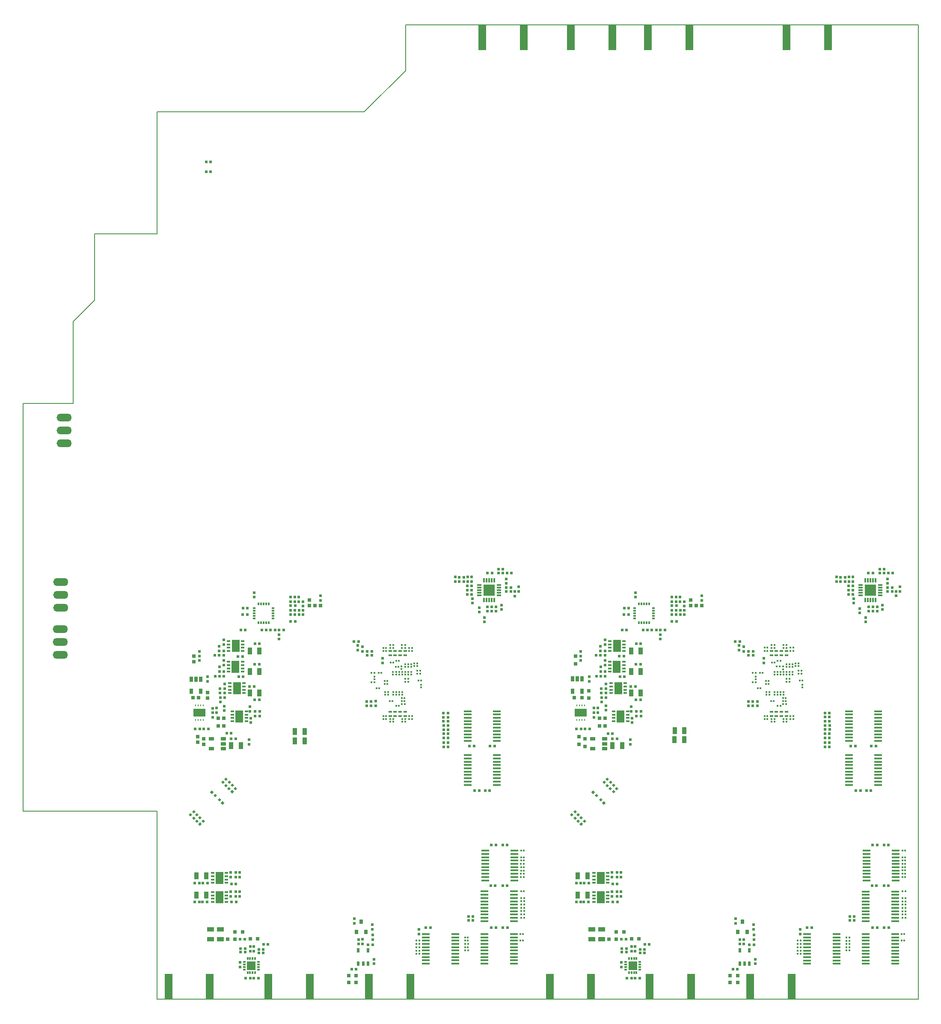
<source format=gbp>
G04 #@! TF.FileFunction,Paste,Bot*
%FSLAX46Y46*%
G04 Gerber Fmt 4.6, Leading zero omitted, Abs format (unit mm)*
G04 Created by KiCad (PCBNEW 4.0.7-e2-6376~61~ubuntu18.04.1) date Mon May 30 11:29:29 2022*
%MOMM*%
%LPD*%
G01*
G04 APERTURE LIST*
%ADD10C,0.150000*%
%ADD11C,0.200000*%
%ADD12R,1.500000X0.450000*%
%ADD13R,1.000000X0.700000*%
%ADD14R,0.495300X0.495300*%
%ADD15R,0.899160X1.399540*%
%ADD16R,0.650000X0.300000*%
%ADD17R,1.600000X2.350000*%
%ADD18C,0.150000*%
%ADD19R,0.150000X0.300000*%
%ADD20R,2.340000X1.500000*%
%ADD21R,0.800000X0.700000*%
%ADD22R,0.700000X0.800000*%
%ADD23R,0.698500X0.797560*%
%ADD24R,0.797560X0.698500*%
%ADD25R,0.299720X0.949960*%
%ADD26R,0.949960X0.299720*%
%ADD27R,2.250440X2.250440*%
%ADD28R,0.350000X0.300000*%
%ADD29R,0.300000X0.350000*%
%ADD30R,0.657860X0.355600*%
%ADD31R,0.500000X0.300000*%
%ADD32R,0.300000X0.600000*%
%ADD33R,1.750000X1.750000*%
%ADD34R,1.399540X0.899160*%
%ADD35R,0.600000X0.900000*%
%ADD36R,0.800000X0.900000*%
%ADD37R,1.496060X5.000000*%
%ADD38O,2.994660X1.524000*%
%ADD39R,0.700000X1.000000*%
%ADD40R,0.350000X0.600000*%
%ADD41R,0.600000X0.350000*%
G04 APERTURE END LIST*
D10*
D11*
X63390000Y-111490000D02*
X63390000Y-87350000D01*
X50960000Y-111490000D02*
X63390000Y-111490000D01*
X50960000Y-124590000D02*
X50960000Y-111490000D01*
X46770000Y-128780000D02*
X50960000Y-124590000D01*
X46770000Y-145000000D02*
X46770000Y-128780000D01*
X36820000Y-145000000D02*
X46770000Y-145000000D01*
X63390000Y-225550000D02*
X63390000Y-262740000D01*
X36820000Y-225550000D02*
X63390000Y-225550000D01*
X36820000Y-145000000D02*
X36820000Y-225550000D01*
X104330000Y-87350000D02*
X63390000Y-87350000D01*
X112510000Y-79170000D02*
X104330000Y-87350000D01*
X112510000Y-70160000D02*
X112510000Y-79170000D01*
X213990000Y-70160000D02*
X112510000Y-70160000D01*
X213990000Y-262740000D02*
X213990000Y-70160000D01*
X63390000Y-262740000D02*
X213990000Y-262740000D01*
D12*
X116530000Y-249885000D03*
X116530000Y-255735000D03*
X122330000Y-255735000D03*
X122330000Y-249885000D03*
X116530000Y-250535000D03*
X116530000Y-251185000D03*
X116530000Y-251835000D03*
X116530000Y-252485000D03*
X116530000Y-253135000D03*
X116530000Y-253785000D03*
X116530000Y-254435000D03*
X116530000Y-255085000D03*
X122330000Y-255085000D03*
X122330000Y-254435000D03*
X122330000Y-253785000D03*
X122330000Y-253135000D03*
X122330000Y-250535000D03*
X122330000Y-251185000D03*
X122330000Y-251835000D03*
X122330000Y-252485000D03*
D13*
X149540000Y-211300000D03*
X149540000Y-213200000D03*
X151940000Y-213200000D03*
X151940000Y-211300000D03*
X151940000Y-212250000D03*
X74090000Y-211310000D03*
X74090000Y-213210000D03*
X76490000Y-213210000D03*
X76490000Y-211310000D03*
X76490000Y-212260000D03*
D14*
X155230420Y-250870000D03*
X156129580Y-250870000D03*
D10*
G36*
X153438637Y-219849897D02*
X153088407Y-220200127D01*
X152738177Y-219849897D01*
X153088407Y-219499667D01*
X153438637Y-219849897D01*
X153438637Y-219849897D01*
G37*
G36*
X152802835Y-219214095D02*
X152452605Y-219564325D01*
X152102375Y-219214095D01*
X152452605Y-218863865D01*
X152802835Y-219214095D01*
X152802835Y-219214095D01*
G37*
D15*
X159062500Y-193900000D03*
X157157500Y-193900000D03*
X159052500Y-198000000D03*
X157147500Y-198000000D03*
D14*
X151109580Y-194800000D03*
X150210420Y-194800000D03*
X152010000Y-192609580D03*
X152010000Y-191710420D03*
X151110000Y-193899580D03*
X151110000Y-193000420D03*
X151990000Y-193900420D03*
X151990000Y-194799580D03*
X155719580Y-194970000D03*
X154820420Y-194970000D03*
X159059580Y-192440000D03*
X158160420Y-192440000D03*
X159039580Y-196550000D03*
X158140420Y-196550000D03*
D16*
X155725000Y-193905000D03*
X155725000Y-193255000D03*
X155725000Y-192605000D03*
X155725000Y-191955000D03*
X152975000Y-191955000D03*
X152975000Y-192605000D03*
X152975000Y-193255000D03*
X152975000Y-193905000D03*
D17*
X154350000Y-192930000D03*
D16*
X155705000Y-198005000D03*
X155705000Y-197355000D03*
X155705000Y-196705000D03*
X155705000Y-196055000D03*
X152955000Y-196055000D03*
X152955000Y-196705000D03*
X152955000Y-197355000D03*
X152955000Y-198005000D03*
D17*
X154330000Y-197030000D03*
D14*
X151189580Y-198890000D03*
X150290420Y-198890000D03*
X152010000Y-196699580D03*
X152010000Y-195800420D03*
X151190000Y-197979580D03*
X151190000Y-197080420D03*
X152010000Y-198000420D03*
X152010000Y-198899580D03*
X155839580Y-199030000D03*
X154940420Y-199030000D03*
D18*
X146900000Y-207345000D03*
D19*
X146900000Y-207545000D03*
X146400000Y-207545000D03*
D18*
X146400000Y-207345000D03*
X147400000Y-207345000D03*
D19*
X147400000Y-207545000D03*
X147900000Y-207545000D03*
D18*
X147900000Y-207345000D03*
X147900000Y-204895000D03*
D19*
X147900000Y-204695000D03*
X147400000Y-204695000D03*
D18*
X147400000Y-204895000D03*
X146400000Y-204895000D03*
D19*
X146400000Y-204695000D03*
X146900000Y-204695000D03*
D18*
X146900000Y-204895000D03*
D20*
X147150000Y-206120000D03*
D14*
X147190000Y-194909580D03*
X147190000Y-194010420D03*
X147190000Y-194910420D03*
X147190000Y-195809580D03*
X146330420Y-209320000D03*
X147229580Y-209320000D03*
X148040420Y-209330000D03*
X148939580Y-209330000D03*
D15*
X155372500Y-212610000D03*
X153467500Y-212610000D03*
D21*
X146120000Y-194920000D03*
X146120000Y-196420000D03*
X148780000Y-201760000D03*
X148780000Y-203260000D03*
X148040000Y-211300000D03*
X148040000Y-212800000D03*
D22*
X145940000Y-203170000D03*
X147440000Y-203170000D03*
D14*
X153470420Y-211310000D03*
X154369580Y-211310000D03*
D21*
X146810000Y-212380000D03*
X146810000Y-210880000D03*
D14*
X156980000Y-212339580D03*
X156980000Y-211440420D03*
D16*
X153715000Y-205865000D03*
X153715000Y-206515000D03*
X153715000Y-207165000D03*
X153715000Y-207815000D03*
X156465000Y-207815000D03*
X156465000Y-207165000D03*
X156465000Y-206515000D03*
X156465000Y-205865000D03*
D17*
X155090000Y-206840000D03*
D14*
X159150000Y-205850420D03*
X159150000Y-206749580D03*
X157310000Y-207170420D03*
X157310000Y-208069580D03*
X158210000Y-205860420D03*
X158210000Y-206759580D03*
X149820000Y-206109580D03*
X149820000Y-205210420D03*
X149820000Y-206110420D03*
X149820000Y-207009580D03*
X157160000Y-205859580D03*
X157160000Y-204960420D03*
D21*
X152020000Y-207190000D03*
X152020000Y-208690000D03*
X150870000Y-207190000D03*
X150870000Y-208690000D03*
D16*
X155965000Y-202245000D03*
X155965000Y-201595000D03*
X155965000Y-200945000D03*
X155965000Y-200295000D03*
X153215000Y-200295000D03*
X153215000Y-200945000D03*
X153215000Y-201595000D03*
X153215000Y-202245000D03*
D17*
X154590000Y-201270000D03*
D14*
X150590000Y-206109580D03*
X150590000Y-205210420D03*
X151290000Y-203110420D03*
X151290000Y-204009580D03*
X152170000Y-201349580D03*
X152170000Y-200450420D03*
X151280000Y-202249580D03*
X151280000Y-201350420D03*
D15*
X159042500Y-202240000D03*
X157137500Y-202240000D03*
D14*
X152180000Y-202250420D03*
X152180000Y-203149580D03*
X157120420Y-200910000D03*
X158019580Y-200910000D03*
X159029580Y-203590000D03*
X158130420Y-203590000D03*
D12*
X206050000Y-220375000D03*
X206050000Y-219725000D03*
X206050000Y-219075000D03*
X206050000Y-218425000D03*
X206050000Y-217775000D03*
X206050000Y-217125000D03*
X206050000Y-216475000D03*
X206050000Y-215825000D03*
X206050000Y-215175000D03*
X206050000Y-214525000D03*
X200250000Y-214525000D03*
X200250000Y-215175000D03*
X200250000Y-215825000D03*
X200250000Y-216475000D03*
X200250000Y-217125000D03*
X200250000Y-220375000D03*
X200250000Y-219725000D03*
X200250000Y-219075000D03*
X200250000Y-218425000D03*
X200250000Y-217775000D03*
X128150000Y-241455000D03*
X128150000Y-242105000D03*
X128150000Y-242755000D03*
X128150000Y-243405000D03*
X128150000Y-244055000D03*
X128150000Y-244705000D03*
X128150000Y-245355000D03*
X128150000Y-246005000D03*
X128150000Y-246655000D03*
X128150000Y-247305000D03*
X133950000Y-247305000D03*
X133950000Y-246655000D03*
X133950000Y-246005000D03*
X133950000Y-245355000D03*
X133950000Y-244705000D03*
X133950000Y-241455000D03*
X133950000Y-242105000D03*
X133950000Y-242755000D03*
X133950000Y-243405000D03*
X133950000Y-244055000D03*
D15*
X71147500Y-242170000D03*
X73052500Y-242170000D03*
D17*
X79650000Y-206840000D03*
D16*
X78275000Y-207165000D03*
X78275000Y-206515000D03*
X78275000Y-205865000D03*
X78275000Y-207815480D03*
X81025000Y-207815480D03*
X81025000Y-205864760D03*
X81025000Y-206515000D03*
X81025000Y-207165000D03*
D17*
X79150000Y-201270000D03*
D16*
X80525000Y-200945000D03*
X80525000Y-201595000D03*
X80525000Y-202245000D03*
X80525000Y-200294520D03*
X77775000Y-200294520D03*
X77775000Y-202245240D03*
X77775000Y-201595000D03*
X77775000Y-200945000D03*
D17*
X78890000Y-197030000D03*
D16*
X80265000Y-196705000D03*
X80265000Y-197355000D03*
X80265000Y-198005000D03*
X80265000Y-196054520D03*
X77515000Y-196054520D03*
X77515000Y-198005240D03*
X77515000Y-197355000D03*
X77515000Y-196705000D03*
D17*
X78910000Y-192930000D03*
D16*
X80285000Y-192605000D03*
X80285000Y-193255000D03*
X80285000Y-193905000D03*
X80285000Y-191954520D03*
X77535000Y-191954520D03*
X77535000Y-193905240D03*
X77535000Y-193255000D03*
X77535000Y-192605000D03*
D15*
X83612500Y-198000000D03*
X81707500Y-198000000D03*
X83622500Y-193900000D03*
X81717500Y-193900000D03*
X79932500Y-212610000D03*
X78027500Y-212610000D03*
X92562500Y-211680000D03*
X90657500Y-211680000D03*
X92542500Y-209860000D03*
X90637500Y-209860000D03*
X83602500Y-202240000D03*
X81697500Y-202240000D03*
D23*
X70503900Y-203170000D03*
X71596100Y-203170000D03*
D24*
X70680000Y-194923900D03*
X70680000Y-196016100D03*
X73340000Y-202163900D03*
X73340000Y-203256100D03*
X71370000Y-211966100D03*
X71370000Y-210873900D03*
X72600000Y-211303900D03*
X72600000Y-212396100D03*
D14*
X81720000Y-205859580D03*
X81720000Y-204960420D03*
X76740000Y-202250420D03*
X76740000Y-203149580D03*
X76570000Y-198000420D03*
X76570000Y-198899580D03*
X76550000Y-193900420D03*
X76550000Y-194799580D03*
X81680420Y-200910000D03*
X82579580Y-200910000D03*
X81870000Y-207170420D03*
X81870000Y-208069580D03*
X76570000Y-196699580D03*
X76570000Y-195800420D03*
X83599580Y-196550000D03*
X82700420Y-196550000D03*
X80389580Y-199020000D03*
X79490420Y-199020000D03*
X83710000Y-205850420D03*
X83710000Y-206749580D03*
X75669580Y-194800000D03*
X74770420Y-194800000D03*
X83619580Y-192440000D03*
X82720420Y-192440000D03*
X80279580Y-194980000D03*
X79380420Y-194980000D03*
X70890420Y-209320000D03*
X71789580Y-209320000D03*
X72600420Y-209330000D03*
X73499580Y-209330000D03*
X74380000Y-206110420D03*
X74380000Y-207009580D03*
X74380000Y-206119580D03*
X74380000Y-205220420D03*
X71750000Y-194910420D03*
X71750000Y-195809580D03*
X71750000Y-194909580D03*
X71750000Y-194010420D03*
X76570000Y-192609580D03*
X76570000Y-191710420D03*
X82770000Y-205860420D03*
X82770000Y-206759580D03*
X75670000Y-193899580D03*
X75670000Y-193000420D03*
X75750000Y-197979580D03*
X75750000Y-197080420D03*
X75840000Y-202249580D03*
X75840000Y-201350420D03*
X76730000Y-201349580D03*
X76730000Y-200450420D03*
X83589580Y-203590000D03*
X82690420Y-203590000D03*
X81540000Y-212339580D03*
X81540000Y-211440420D03*
X75850000Y-203110420D03*
X75850000Y-204009580D03*
X75749580Y-198890000D03*
X74850420Y-198890000D03*
X78020420Y-211310000D03*
X78919580Y-211310000D03*
D25*
X130060600Y-179949600D03*
X129562760Y-179949600D03*
X129062380Y-179949600D03*
X128562000Y-179949600D03*
X128061620Y-179949600D03*
D26*
X127142140Y-180869080D03*
X127142140Y-181369460D03*
X127142140Y-181869840D03*
X127142140Y-182370220D03*
X127142140Y-182868060D03*
D25*
X128061620Y-183800240D03*
X128562000Y-183800240D03*
X129062380Y-183800240D03*
X129562760Y-183800240D03*
X130060600Y-183800240D03*
D26*
X130992780Y-182878220D03*
X130992780Y-182380380D03*
X130992780Y-181880000D03*
X130992780Y-181379620D03*
X130992780Y-180879240D03*
D27*
X129070000Y-181880000D03*
D14*
X133479580Y-178520000D03*
X132580420Y-178520000D03*
X131799580Y-177740000D03*
X130900420Y-177740000D03*
X131799580Y-178510000D03*
X130900420Y-178510000D03*
X132470420Y-181390000D03*
X133369580Y-181390000D03*
X125770000Y-184459580D03*
X125770000Y-183560420D03*
X124710420Y-181880000D03*
X125609580Y-181880000D03*
X129570000Y-185170420D03*
X129570000Y-186069580D03*
X130430000Y-185170420D03*
X130430000Y-186069580D03*
X128740000Y-185170420D03*
X128740000Y-186069580D03*
X124700420Y-181050000D03*
X125599580Y-181050000D03*
X129619580Y-178530000D03*
X128720420Y-178530000D03*
X132470000Y-180579580D03*
X132470000Y-179680420D03*
X131530000Y-185719580D03*
X131530000Y-184820420D03*
X124710420Y-182720000D03*
X125609580Y-182720000D03*
X122340000Y-180199580D03*
X122340000Y-179300420D03*
X124039580Y-180210000D03*
X123140420Y-180210000D03*
X124059580Y-179320000D03*
X123160420Y-179320000D03*
X124830000Y-180209580D03*
X124830000Y-179310420D03*
X125610000Y-180209580D03*
X125610000Y-179310420D03*
X128120000Y-188169580D03*
X128120000Y-187270420D03*
X91400000Y-183250420D03*
X91400000Y-184149580D03*
X90620000Y-186739580D03*
X90620000Y-185840420D03*
X91440000Y-186739580D03*
X91440000Y-185840420D03*
X89790000Y-185830420D03*
X89790000Y-186729580D03*
X88399580Y-189790000D03*
X87500420Y-189790000D03*
X84959580Y-189790000D03*
X84060420Y-189790000D03*
X95670000Y-183030420D03*
X95670000Y-183929580D03*
X86699580Y-189790000D03*
X85800420Y-189790000D03*
X87500000Y-190670420D03*
X87500000Y-191569580D03*
X89790420Y-188040000D03*
X90689580Y-188040000D03*
X90689580Y-184980000D03*
X89790420Y-184980000D03*
X80340420Y-185450000D03*
X81239580Y-185450000D03*
X81229580Y-186740000D03*
X80330420Y-186740000D03*
X104009144Y-193994995D03*
X104009144Y-193095835D03*
X103026164Y-193730835D03*
X103026164Y-192831675D03*
X90580000Y-184159580D03*
X90580000Y-183260420D03*
X89790000Y-184149580D03*
X89790000Y-183250420D03*
X80819580Y-189740000D03*
X79920420Y-189740000D03*
X92250000Y-186739580D03*
X92250000Y-185840420D03*
X92260000Y-184150420D03*
X92260000Y-185049580D03*
D23*
X95676100Y-184910000D03*
X94583900Y-184910000D03*
D24*
X93520000Y-184906100D03*
X93520000Y-183813900D03*
D28*
X110071584Y-193295175D03*
X110071584Y-192745175D03*
X109472144Y-193295175D03*
X109472144Y-192745175D03*
X110084284Y-207360335D03*
X110084284Y-207910335D03*
D29*
X111230504Y-204767675D03*
X110680504Y-204767675D03*
X115049304Y-199728315D03*
X115599304Y-199728315D03*
X107306204Y-201254855D03*
X106756204Y-201254855D03*
X108379364Y-200428375D03*
X108929364Y-200428375D03*
X108379364Y-199828375D03*
X108929364Y-199828375D03*
D28*
X112438864Y-207362875D03*
X112438864Y-207912875D03*
D29*
X113795904Y-207373715D03*
X113245904Y-207373715D03*
X108662564Y-206771735D03*
X108112564Y-206771735D03*
X113245904Y-206769195D03*
X113795904Y-206769195D03*
D28*
X109482304Y-207360335D03*
X109482304Y-207910335D03*
X111839424Y-207360335D03*
X111839424Y-207910335D03*
D30*
X110442424Y-206774275D03*
X110442424Y-205910675D03*
X109487384Y-206774275D03*
X109487384Y-205910675D03*
X111476204Y-206771735D03*
X111476204Y-205908135D03*
X112436324Y-206771735D03*
X112436324Y-205908135D03*
D29*
X111779364Y-203813135D03*
X112329364Y-203813135D03*
X111779364Y-203213135D03*
X112329364Y-203213135D03*
X111787944Y-204442555D03*
X112337944Y-204442555D03*
D28*
X110054364Y-202588135D03*
X110054364Y-202038135D03*
X110654364Y-202588135D03*
X110654364Y-202038135D03*
X111254364Y-202588135D03*
X111254364Y-202038135D03*
X111854364Y-202588135D03*
X111854364Y-202038135D03*
D29*
X109929364Y-203813135D03*
X109379364Y-203813135D03*
D28*
X108454364Y-202588135D03*
X108454364Y-202038135D03*
X109054364Y-202588135D03*
X109054364Y-202038135D03*
X106351824Y-199503375D03*
X106351824Y-198953375D03*
D29*
X106326824Y-200128375D03*
X105776824Y-200128375D03*
X105776824Y-198228375D03*
X106326824Y-198228375D03*
X107176824Y-198228375D03*
X107726824Y-198228375D03*
D14*
X107944204Y-196260175D03*
X107944204Y-195361015D03*
D28*
X111826044Y-193295095D03*
X111826044Y-192745095D03*
X112426044Y-193295095D03*
X112426044Y-192745095D03*
D29*
X108112584Y-193284155D03*
X108662584Y-193284155D03*
X113797744Y-193284155D03*
X113247744Y-193284155D03*
X108662564Y-193886315D03*
X108112564Y-193886315D03*
X113247744Y-193884155D03*
X113797744Y-193884155D03*
D28*
X112444204Y-197085595D03*
X112444204Y-196535595D03*
D29*
X115419204Y-198410595D03*
X114869204Y-198410595D03*
X115419204Y-197810595D03*
X114869204Y-197810595D03*
D28*
X114244204Y-196885595D03*
X114244204Y-196335595D03*
X114844204Y-196885595D03*
X114844204Y-196335595D03*
D29*
X113019204Y-200010595D03*
X112469204Y-200010595D03*
X113019204Y-199410595D03*
X112469204Y-199410595D03*
D28*
X111244204Y-198035595D03*
X111244204Y-198585595D03*
X111844204Y-198035595D03*
X111844204Y-198585595D03*
X110644204Y-198035595D03*
X110644204Y-198585595D03*
X110044204Y-198035595D03*
X110044204Y-198585595D03*
D29*
X110119204Y-196210595D03*
X109569204Y-196210595D03*
D28*
X111744204Y-197485595D03*
X111744204Y-196935595D03*
D29*
X110569204Y-197010595D03*
X111119204Y-197010595D03*
D28*
X113644204Y-198035595D03*
X113644204Y-198585595D03*
X113644204Y-197085595D03*
X113644204Y-196535595D03*
X113044204Y-198035595D03*
X113044204Y-198585595D03*
X113044204Y-197085595D03*
X113044204Y-196535595D03*
X112444204Y-198035595D03*
X112444204Y-198585595D03*
D30*
X112423624Y-193883775D03*
X112423624Y-194747375D03*
X111466044Y-193883775D03*
X111466044Y-194747375D03*
X110433484Y-193884155D03*
X110433484Y-194747755D03*
X109474684Y-193883775D03*
X109474684Y-194747375D03*
D28*
X115555444Y-200565835D03*
X115555444Y-201115835D03*
D29*
X108112564Y-207371175D03*
X108662564Y-207371175D03*
X110675424Y-195885295D03*
X111225424Y-195885295D03*
D14*
X104941324Y-194764615D03*
X105840484Y-194764615D03*
X102335284Y-192046815D03*
X103234444Y-192046815D03*
X104941324Y-193989915D03*
X105840484Y-193989915D03*
D28*
X190290000Y-196885000D03*
X190290000Y-196335000D03*
X189690000Y-196885000D03*
X189690000Y-196335000D03*
X187890000Y-198035000D03*
X187890000Y-198585000D03*
X187890000Y-197085000D03*
X187890000Y-196535000D03*
X188490000Y-198035000D03*
X188490000Y-198585000D03*
D29*
X182625000Y-198230000D03*
X183175000Y-198230000D03*
D28*
X183900000Y-202585000D03*
X183900000Y-202035000D03*
X188490000Y-197085000D03*
X188490000Y-196535000D03*
X184500000Y-202585000D03*
X184500000Y-202035000D03*
X189090000Y-198035000D03*
X189090000Y-198585000D03*
X189090000Y-197085000D03*
X189090000Y-196535000D03*
D29*
X181775000Y-200130000D03*
X181225000Y-200130000D03*
D28*
X187290000Y-198035000D03*
X187290000Y-198585000D03*
X186690000Y-198035000D03*
X186690000Y-198585000D03*
D29*
X183825000Y-199830000D03*
X184375000Y-199830000D03*
D28*
X187300000Y-202585000D03*
X187300000Y-202035000D03*
D29*
X183825000Y-200430000D03*
X184375000Y-200430000D03*
D28*
X186090000Y-198035000D03*
X186090000Y-198585000D03*
X186700000Y-202585000D03*
X186700000Y-202035000D03*
X185490000Y-198035000D03*
X185490000Y-198585000D03*
X186100000Y-202585000D03*
X186100000Y-202035000D03*
D29*
X186125000Y-195880000D03*
X186675000Y-195880000D03*
X188465000Y-200010000D03*
X187915000Y-200010000D03*
D28*
X185500000Y-202585000D03*
X185500000Y-202035000D03*
D29*
X188465000Y-199410000D03*
X187915000Y-199410000D03*
X186675000Y-204770000D03*
X186125000Y-204770000D03*
X190865000Y-197810000D03*
X190315000Y-197810000D03*
X190865000Y-198410000D03*
X190315000Y-198410000D03*
X185375000Y-203810000D03*
X184825000Y-203810000D03*
X181225000Y-198230000D03*
X181775000Y-198230000D03*
X185565000Y-196210000D03*
X185015000Y-196210000D03*
D28*
X187190000Y-197545000D03*
X187190000Y-196995000D03*
X181800000Y-199505000D03*
X181800000Y-198955000D03*
D29*
X187235000Y-204440000D03*
X187785000Y-204440000D03*
X187225000Y-203810000D03*
X187775000Y-203810000D03*
X187225000Y-203210000D03*
X187775000Y-203210000D03*
X182755000Y-201250000D03*
X182205000Y-201250000D03*
D14*
X183390000Y-196259580D03*
X183390000Y-195360420D03*
D28*
X184930000Y-207355000D03*
X184930000Y-207905000D03*
X187290000Y-207355000D03*
X187290000Y-207905000D03*
X185530000Y-207355000D03*
X185530000Y-207905000D03*
D29*
X183555000Y-193280000D03*
X184105000Y-193280000D03*
X183565000Y-207370000D03*
X184115000Y-207370000D03*
X189245000Y-207370000D03*
X188695000Y-207370000D03*
D30*
X184940000Y-206771800D03*
X184940000Y-205908200D03*
X186920000Y-206771800D03*
X186920000Y-205908200D03*
X185890000Y-206771800D03*
X185890000Y-205908200D03*
X187880000Y-206771800D03*
X187880000Y-205908200D03*
D29*
X184105000Y-193890000D03*
X183555000Y-193890000D03*
X184115000Y-206770000D03*
X183565000Y-206770000D03*
X188695000Y-206770000D03*
X189245000Y-206770000D03*
D14*
X73349580Y-239770000D03*
X72450420Y-239770000D03*
D29*
X190495000Y-199740000D03*
X191045000Y-199740000D03*
D14*
X180390420Y-194760000D03*
X181289580Y-194760000D03*
X178470000Y-193729580D03*
X178470000Y-192830420D03*
X177780420Y-192040000D03*
X178679580Y-192040000D03*
D28*
X184920000Y-193295000D03*
X184920000Y-192745000D03*
X187270000Y-193285000D03*
X187270000Y-192735000D03*
X185520000Y-193285000D03*
X185520000Y-192735000D03*
X187890000Y-207355000D03*
X187890000Y-207905000D03*
X187870000Y-193285000D03*
X187870000Y-192735000D03*
X191000000Y-200565000D03*
X191000000Y-201115000D03*
D29*
X189245000Y-193280000D03*
X188695000Y-193280000D03*
D30*
X185880000Y-193878200D03*
X185880000Y-194741800D03*
X187870000Y-193878200D03*
X187870000Y-194741800D03*
X184920000Y-193878200D03*
X184920000Y-194741800D03*
X186910000Y-193878200D03*
X186910000Y-194741800D03*
D14*
X179460000Y-193989580D03*
X179460000Y-193090420D03*
X180390420Y-193990000D03*
X181289580Y-193990000D03*
D29*
X188695000Y-193880000D03*
X189245000Y-193880000D03*
D25*
X205500600Y-179949600D03*
X205002760Y-179949600D03*
X204502380Y-179949600D03*
X204002000Y-179949600D03*
X203501620Y-179949600D03*
D26*
X202582140Y-180869080D03*
X202582140Y-181369460D03*
X202582140Y-181869840D03*
X202582140Y-182370220D03*
X202582140Y-182868060D03*
D25*
X203501620Y-183800240D03*
X204002000Y-183800240D03*
X204502380Y-183800240D03*
X205002760Y-183800240D03*
X205500600Y-183800240D03*
D26*
X206432780Y-182878220D03*
X206432780Y-182380380D03*
X206432780Y-181880000D03*
X206432780Y-181379620D03*
X206432780Y-180879240D03*
D27*
X204510000Y-181880000D03*
D14*
X197780000Y-180199580D03*
X197780000Y-179300420D03*
X200270000Y-180209580D03*
X200270000Y-179310420D03*
X201050000Y-180209580D03*
X201050000Y-179310420D03*
X201049580Y-181880000D03*
X200150420Y-181880000D03*
X201210000Y-183560420D03*
X201210000Y-184459580D03*
X208809580Y-181390000D03*
X207910420Y-181390000D03*
X160399580Y-189790000D03*
X159500420Y-189790000D03*
X205020000Y-185180420D03*
X205020000Y-186079580D03*
X204979580Y-178530000D03*
X204080420Y-178530000D03*
X207239580Y-178510000D03*
X206340420Y-178510000D03*
X208919580Y-178520000D03*
X208020420Y-178520000D03*
X163839580Y-189790000D03*
X162940420Y-189790000D03*
X207910000Y-179680420D03*
X207910000Y-180579580D03*
X199479580Y-180210000D03*
X198580420Y-180210000D03*
X199499580Y-179320000D03*
X198600420Y-179320000D03*
X200150420Y-182720000D03*
X201049580Y-182720000D03*
X206890000Y-185719580D03*
X206890000Y-184820420D03*
X200150420Y-181050000D03*
X201049580Y-181050000D03*
X203560000Y-187270420D03*
X203560000Y-188169580D03*
X162139580Y-189790000D03*
X161240420Y-189790000D03*
X156259580Y-189740000D03*
X155360420Y-189740000D03*
X205870000Y-186069580D03*
X205870000Y-185170420D03*
X204180000Y-186069580D03*
X204180000Y-185170420D03*
X207239580Y-177740000D03*
X206340420Y-177740000D03*
X162940000Y-190670420D03*
X162940000Y-191569580D03*
X156669580Y-186740000D03*
X155770420Y-186740000D03*
X155780420Y-185450000D03*
X156679580Y-185450000D03*
X171110000Y-183929580D03*
X171110000Y-183030420D03*
X165230000Y-184149580D03*
X165230000Y-183250420D03*
X166020000Y-184149580D03*
X166020000Y-183250420D03*
X166840000Y-184149580D03*
X166840000Y-183250420D03*
X165230000Y-186729580D03*
X165230000Y-185830420D03*
X166060000Y-186729580D03*
X166060000Y-185830420D03*
X166880000Y-186729580D03*
X166880000Y-185830420D03*
X165230420Y-188040000D03*
X166129580Y-188040000D03*
X167700000Y-184150420D03*
X167700000Y-185049580D03*
X167690000Y-186739580D03*
X167690000Y-185840420D03*
X166129580Y-184980000D03*
X165230420Y-184980000D03*
D24*
X168960000Y-184906100D03*
X168960000Y-183813900D03*
D23*
X171116100Y-184910000D03*
X170023900Y-184910000D03*
D14*
X70850420Y-239770000D03*
X71749580Y-239770000D03*
D15*
X71147500Y-238370000D03*
X73052500Y-238370000D03*
D14*
X78900000Y-237720420D03*
X78900000Y-238619580D03*
X78949580Y-239970000D03*
X78050420Y-239970000D03*
X70850420Y-243520000D03*
X71749580Y-243520000D03*
X73249580Y-243520000D03*
X72350420Y-243520000D03*
X77900000Y-241520420D03*
X77900000Y-242419580D03*
X77900000Y-237720420D03*
X77900000Y-238619580D03*
X78900000Y-241520420D03*
X78900000Y-242419580D03*
X78999580Y-243520000D03*
X78100420Y-243520000D03*
D16*
X74325000Y-237795000D03*
X74325000Y-238445000D03*
X74325000Y-239095000D03*
X74325000Y-239745000D03*
X77075000Y-239745000D03*
X77075000Y-239095000D03*
X77075000Y-238445000D03*
X77075000Y-237795000D03*
D17*
X75700000Y-238770000D03*
D16*
X74325000Y-241595000D03*
X74325000Y-242245000D03*
X74325000Y-242895000D03*
X74325000Y-243545000D03*
X77075000Y-243545000D03*
X77075000Y-242895000D03*
X77075000Y-242245000D03*
X77075000Y-241595000D03*
D17*
X75700000Y-242570000D03*
D14*
X146290420Y-239770000D03*
X147189580Y-239770000D03*
X146290420Y-243520000D03*
X147189580Y-243520000D03*
X148789580Y-239770000D03*
X147890420Y-239770000D03*
X148689580Y-243520000D03*
X147790420Y-243520000D03*
X153340000Y-241520420D03*
X153340000Y-242419580D03*
X153340000Y-237720420D03*
X153340000Y-238619580D03*
D15*
X146587500Y-242170000D03*
X148492500Y-242170000D03*
D14*
X79700000Y-241520420D03*
X79700000Y-242419580D03*
X79700000Y-237720420D03*
X79700000Y-238619580D03*
X154340000Y-241520420D03*
X154340000Y-242419580D03*
X154439580Y-243520000D03*
X153540420Y-243520000D03*
X154340000Y-237720420D03*
X154340000Y-238619580D03*
X154389580Y-239970000D03*
X153490420Y-239970000D03*
X155140000Y-241520420D03*
X155140000Y-242419580D03*
X155140000Y-237720420D03*
X155140000Y-238619580D03*
D16*
X149765000Y-237795000D03*
X149765000Y-238445000D03*
X149765000Y-239095000D03*
X149765000Y-239745000D03*
X152515000Y-239745000D03*
X152515000Y-239095000D03*
X152515000Y-238445000D03*
X152515000Y-237795000D03*
D17*
X151140000Y-238770000D03*
D16*
X149765000Y-241595000D03*
X149765000Y-242245000D03*
X149765000Y-242895000D03*
X149765000Y-243545000D03*
X152515000Y-243545000D03*
X152515000Y-242895000D03*
X152515000Y-242245000D03*
X152515000Y-241595000D03*
D17*
X151140000Y-242570000D03*
D14*
X132679580Y-248590000D03*
X131780420Y-248590000D03*
X129510420Y-248590000D03*
X130409580Y-248590000D03*
X132649580Y-240300000D03*
X131750420Y-240300000D03*
X129380420Y-240280000D03*
X130279580Y-240280000D03*
X116550420Y-248640000D03*
X117449580Y-248640000D03*
X132649580Y-232270000D03*
X131750420Y-232270000D03*
X129500420Y-232290000D03*
X130399580Y-232290000D03*
D29*
X135215000Y-249890000D03*
X135765000Y-249890000D03*
X135215000Y-251190000D03*
X135765000Y-251190000D03*
X124325000Y-253130000D03*
X124875000Y-253130000D03*
X115235000Y-253790000D03*
X114685000Y-253790000D03*
X135405000Y-241450000D03*
X135955000Y-241450000D03*
X135425000Y-242750000D03*
X135975000Y-242750000D03*
X135415000Y-243400000D03*
X135965000Y-243400000D03*
X135425000Y-244050000D03*
X135975000Y-244050000D03*
X135425000Y-244700000D03*
X135975000Y-244700000D03*
X135415000Y-245350000D03*
X135965000Y-245350000D03*
X135415000Y-246000000D03*
X135965000Y-246000000D03*
X135425000Y-246650000D03*
X135975000Y-246650000D03*
X124315000Y-250530000D03*
X124865000Y-250530000D03*
X124315000Y-251190000D03*
X124865000Y-251190000D03*
X124325000Y-251840000D03*
X124875000Y-251840000D03*
X124315000Y-252500000D03*
X124865000Y-252500000D03*
X135375000Y-233400000D03*
X135925000Y-233400000D03*
X135375000Y-234700000D03*
X135925000Y-234700000D03*
X135375000Y-235350000D03*
X135925000Y-235350000D03*
X135365000Y-236000000D03*
X135915000Y-236000000D03*
X135375000Y-236650000D03*
X135925000Y-236650000D03*
X135375000Y-237310000D03*
X135925000Y-237310000D03*
X135365000Y-237960000D03*
X135915000Y-237960000D03*
X135365000Y-238600000D03*
X135915000Y-238600000D03*
X115235000Y-251190000D03*
X114685000Y-251190000D03*
X115235000Y-251840000D03*
X114685000Y-251840000D03*
X115235000Y-252490000D03*
X114685000Y-252490000D03*
X115235000Y-253140000D03*
X114685000Y-253140000D03*
D14*
X115140000Y-249879580D03*
X115140000Y-248980420D03*
D12*
X128130000Y-249885000D03*
X128130000Y-250535000D03*
X128130000Y-251185000D03*
X128130000Y-251835000D03*
X128130000Y-252485000D03*
X128130000Y-253135000D03*
X128130000Y-253785000D03*
X128130000Y-254435000D03*
X128130000Y-255085000D03*
X128130000Y-255735000D03*
X133930000Y-255735000D03*
X133930000Y-255085000D03*
X133930000Y-254435000D03*
X133930000Y-253785000D03*
X133930000Y-253135000D03*
X133930000Y-249885000D03*
X133930000Y-250535000D03*
X133930000Y-251185000D03*
X133930000Y-251835000D03*
X133930000Y-252485000D03*
X128280000Y-233405000D03*
X128280000Y-234055000D03*
X128280000Y-234705000D03*
X128280000Y-235355000D03*
X128280000Y-236005000D03*
X128280000Y-236655000D03*
X128280000Y-237305000D03*
X128280000Y-237955000D03*
X128280000Y-238605000D03*
X128280000Y-239255000D03*
X134080000Y-239255000D03*
X134080000Y-238605000D03*
X134080000Y-237955000D03*
X134080000Y-237305000D03*
X134080000Y-236655000D03*
X134080000Y-233405000D03*
X134080000Y-234055000D03*
X134080000Y-234705000D03*
X134080000Y-235355000D03*
X134080000Y-236005000D03*
D14*
X201630420Y-221480000D03*
X202529580Y-221480000D03*
X201539580Y-212700000D03*
X200640420Y-212700000D03*
X204609580Y-221480000D03*
X203710420Y-221480000D03*
X204660420Y-212710000D03*
X205559580Y-212710000D03*
D10*
G36*
X76688131Y-223937901D02*
X76337901Y-224288131D01*
X75987671Y-223937901D01*
X76337901Y-223587671D01*
X76688131Y-223937901D01*
X76688131Y-223937901D01*
G37*
G36*
X76052329Y-223302099D02*
X75702099Y-223652329D01*
X75351869Y-223302099D01*
X75702099Y-222951869D01*
X76052329Y-223302099D01*
X76052329Y-223302099D01*
G37*
G36*
X73861869Y-221822099D02*
X74212099Y-221471869D01*
X74562329Y-221822099D01*
X74212099Y-222172329D01*
X73861869Y-221822099D01*
X73861869Y-221822099D01*
G37*
G36*
X74497671Y-222457901D02*
X74847901Y-222107671D01*
X75198131Y-222457901D01*
X74847901Y-222808131D01*
X74497671Y-222457901D01*
X74497671Y-222457901D01*
G37*
G36*
X77881869Y-220442099D02*
X78232099Y-220091869D01*
X78582329Y-220442099D01*
X78232099Y-220792329D01*
X77881869Y-220442099D01*
X77881869Y-220442099D01*
G37*
G36*
X78517671Y-221077901D02*
X78867901Y-220727671D01*
X79218131Y-221077901D01*
X78867901Y-221428131D01*
X78517671Y-221077901D01*
X78517671Y-221077901D01*
G37*
G36*
X77988131Y-219847901D02*
X77637901Y-220198131D01*
X77287671Y-219847901D01*
X77637901Y-219497671D01*
X77988131Y-219847901D01*
X77988131Y-219847901D01*
G37*
G36*
X77352329Y-219212099D02*
X77002099Y-219562329D01*
X76651869Y-219212099D01*
X77002099Y-218861869D01*
X77352329Y-219212099D01*
X77352329Y-219212099D01*
G37*
G36*
X70871869Y-227512099D02*
X71222099Y-227161869D01*
X71572329Y-227512099D01*
X71222099Y-227862329D01*
X70871869Y-227512099D01*
X70871869Y-227512099D01*
G37*
G36*
X71507671Y-228147901D02*
X71857901Y-227797671D01*
X72208131Y-228147901D01*
X71857901Y-228498131D01*
X71507671Y-228147901D01*
X71507671Y-228147901D01*
G37*
G36*
X70968131Y-226917901D02*
X70617901Y-227268131D01*
X70267671Y-226917901D01*
X70617901Y-226567671D01*
X70968131Y-226917901D01*
X70968131Y-226917901D01*
G37*
G36*
X70332329Y-226282099D02*
X69982099Y-226632329D01*
X69631869Y-226282099D01*
X69982099Y-225931869D01*
X70332329Y-226282099D01*
X70332329Y-226282099D01*
G37*
D22*
X101270000Y-259460000D03*
X102770000Y-259460000D03*
X101270000Y-258100000D03*
X102770000Y-258100000D03*
D14*
X101860420Y-256860000D03*
X102759580Y-256860000D03*
X105130420Y-251970000D03*
X106029580Y-251970000D03*
X79790420Y-250870000D03*
X80689580Y-250870000D03*
X81780000Y-252360420D03*
X81780000Y-253259580D03*
X82460000Y-252360420D03*
X82460000Y-253259580D03*
X80799580Y-252720000D03*
X79900420Y-252720000D03*
X84389580Y-252910000D03*
X83490420Y-252910000D03*
X80799580Y-253420000D03*
X79900420Y-253420000D03*
X84389580Y-253600000D03*
X83490420Y-253600000D03*
X79800000Y-255460420D03*
X79800000Y-256359580D03*
D10*
G36*
X149302232Y-221816248D02*
X149652462Y-221466018D01*
X150002692Y-221816248D01*
X149652462Y-222166478D01*
X149302232Y-221816248D01*
X149302232Y-221816248D01*
G37*
G36*
X149938034Y-222452050D02*
X150288264Y-222101820D01*
X150638494Y-222452050D01*
X150288264Y-222802280D01*
X149938034Y-222452050D01*
X149938034Y-222452050D01*
G37*
D22*
X176710000Y-259460000D03*
X178210000Y-259460000D03*
D10*
G36*
X152130489Y-223929904D02*
X151780259Y-224280134D01*
X151430029Y-223929904D01*
X151780259Y-223579674D01*
X152130489Y-223929904D01*
X152130489Y-223929904D01*
G37*
G36*
X151494687Y-223294102D02*
X151144457Y-223644332D01*
X150794227Y-223294102D01*
X151144457Y-222943872D01*
X151494687Y-223294102D01*
X151494687Y-223294102D01*
G37*
D22*
X176710000Y-258090000D03*
X178210000Y-258090000D03*
D10*
G36*
X153325670Y-220451532D02*
X153675900Y-220101302D01*
X154026130Y-220451532D01*
X153675900Y-220801762D01*
X153325670Y-220451532D01*
X153325670Y-220451532D01*
G37*
G36*
X153961472Y-221087334D02*
X154311702Y-220737104D01*
X154661932Y-221087334D01*
X154311702Y-221437564D01*
X153961472Y-221087334D01*
X153961472Y-221087334D01*
G37*
D14*
X177300420Y-256860000D03*
X178199580Y-256860000D03*
X180560420Y-251970000D03*
X181459580Y-251970000D03*
D10*
G36*
X146311170Y-227508458D02*
X146661400Y-227158228D01*
X147011630Y-227508458D01*
X146661400Y-227858688D01*
X146311170Y-227508458D01*
X146311170Y-227508458D01*
G37*
G36*
X146946972Y-228144260D02*
X147297202Y-227794030D01*
X147647432Y-228144260D01*
X147297202Y-228494490D01*
X146946972Y-228144260D01*
X146946972Y-228144260D01*
G37*
G36*
X146409996Y-226920965D02*
X146059766Y-227271195D01*
X145709536Y-226920965D01*
X146059766Y-226570735D01*
X146409996Y-226920965D01*
X146409996Y-226920965D01*
G37*
G36*
X145774194Y-226285163D02*
X145423964Y-226635393D01*
X145073734Y-226285163D01*
X145423964Y-225934933D01*
X145774194Y-226285163D01*
X145774194Y-226285163D01*
G37*
D14*
X157220000Y-252360420D03*
X157220000Y-253259580D03*
X157900000Y-252360420D03*
X157900000Y-253259580D03*
X156239580Y-252720000D03*
X155340420Y-252720000D03*
X159829580Y-252910000D03*
X158930420Y-252910000D03*
X156239580Y-253420000D03*
X155340420Y-253420000D03*
X159829580Y-253600000D03*
X158930420Y-253600000D03*
X155240000Y-255470420D03*
X155240000Y-256369580D03*
X208094580Y-232275000D03*
X207195420Y-232275000D03*
X208094580Y-240295000D03*
X207195420Y-240295000D03*
X208124580Y-248585000D03*
X207225420Y-248585000D03*
X204945420Y-232285000D03*
X205844580Y-232285000D03*
X204825420Y-240275000D03*
X205724580Y-240275000D03*
X204945420Y-248585000D03*
X205844580Y-248585000D03*
X191995420Y-248645000D03*
X192894580Y-248645000D03*
D31*
X80620000Y-255370000D03*
X80620000Y-255870000D03*
X80620000Y-256370000D03*
X80620000Y-256870000D03*
D32*
X81270000Y-257520000D03*
X81770000Y-257520000D03*
X82270000Y-257520000D03*
X82770000Y-257520000D03*
D31*
X83420000Y-256870000D03*
X83420000Y-256370000D03*
X83420000Y-255870000D03*
X83420000Y-255370000D03*
D32*
X82770000Y-254720000D03*
X82270000Y-254720000D03*
X81770000Y-254720000D03*
X81270000Y-254720000D03*
D33*
X82020000Y-256120000D03*
D31*
X156070000Y-255370000D03*
X156070000Y-255870000D03*
X156070000Y-256370000D03*
X156070000Y-256870000D03*
D32*
X156720000Y-257520000D03*
X157220000Y-257520000D03*
X157720000Y-257520000D03*
X158220000Y-257520000D03*
D31*
X158870000Y-256870000D03*
X158870000Y-256370000D03*
X158870000Y-255870000D03*
X158870000Y-255370000D03*
D32*
X158220000Y-254720000D03*
X157720000Y-254720000D03*
X157220000Y-254720000D03*
X156720000Y-254720000D03*
D33*
X157470000Y-256120000D03*
D14*
X196409580Y-206160000D03*
X195510420Y-206160000D03*
X196409580Y-206980000D03*
X195510420Y-206980000D03*
X196409580Y-207800000D03*
X195510420Y-207800000D03*
X196419580Y-208630000D03*
X195520420Y-208630000D03*
X196419580Y-209450000D03*
X195520420Y-209450000D03*
X196409580Y-210260000D03*
X195510420Y-210260000D03*
X196409580Y-211140000D03*
X195510420Y-211140000D03*
X196409580Y-212000000D03*
X195510420Y-212000000D03*
X196409580Y-212880000D03*
X195510420Y-212880000D03*
D10*
G36*
X76021869Y-219852099D02*
X76372099Y-219501869D01*
X76722329Y-219852099D01*
X76372099Y-220202329D01*
X76021869Y-219852099D01*
X76021869Y-219852099D01*
G37*
G36*
X76657671Y-220487901D02*
X77007901Y-220137671D01*
X77358131Y-220487901D01*
X77007901Y-220838131D01*
X76657671Y-220487901D01*
X76657671Y-220487901D01*
G37*
G36*
X72828131Y-227517901D02*
X72477901Y-227868131D01*
X72127671Y-227517901D01*
X72477901Y-227167671D01*
X72828131Y-227517901D01*
X72828131Y-227517901D01*
G37*
G36*
X72192329Y-226882099D02*
X71842099Y-227232329D01*
X71491869Y-226882099D01*
X71842099Y-226531869D01*
X72192329Y-226882099D01*
X72192329Y-226882099D01*
G37*
G36*
X70271869Y-225652099D02*
X70622099Y-225301869D01*
X70972329Y-225652099D01*
X70622099Y-226002329D01*
X70271869Y-225652099D01*
X70271869Y-225652099D01*
G37*
G36*
X70907671Y-226287901D02*
X71257901Y-225937671D01*
X71608131Y-226287901D01*
X71257901Y-226638131D01*
X70907671Y-226287901D01*
X70907671Y-226287901D01*
G37*
D14*
X106250000Y-255739580D03*
X106250000Y-254840420D03*
X104020000Y-251829580D03*
X104020000Y-250930420D03*
X103200000Y-250940420D03*
X103200000Y-251839580D03*
X105990000Y-250060420D03*
X105990000Y-250959580D03*
X105940000Y-248020420D03*
X105940000Y-248919580D03*
D34*
X73960000Y-250872500D03*
X73960000Y-248967500D03*
X75880000Y-250872500D03*
X75880000Y-248967500D03*
D22*
X77290000Y-250870000D03*
X78790000Y-250870000D03*
X78780000Y-249460000D03*
X80280000Y-249460000D03*
X81780000Y-250840000D03*
X83280000Y-250840000D03*
D14*
X81789580Y-258630000D03*
X80890420Y-258630000D03*
X83409580Y-258630000D03*
X82510420Y-258630000D03*
D10*
G36*
X154018463Y-221716659D02*
X153668233Y-222066889D01*
X153318003Y-221716659D01*
X153668233Y-221366429D01*
X154018463Y-221716659D01*
X154018463Y-221716659D01*
G37*
G36*
X153382661Y-221080857D02*
X153032431Y-221431087D01*
X152682201Y-221080857D01*
X153032431Y-220730627D01*
X153382661Y-221080857D01*
X153382661Y-221080857D01*
G37*
G36*
X151465978Y-219850492D02*
X151816208Y-219500262D01*
X152166438Y-219850492D01*
X151816208Y-220200722D01*
X151465978Y-219850492D01*
X151465978Y-219850492D01*
G37*
G36*
X152101780Y-220486294D02*
X152452010Y-220136064D01*
X152802240Y-220486294D01*
X152452010Y-220836524D01*
X152101780Y-220486294D01*
X152101780Y-220486294D01*
G37*
D14*
X181690000Y-255739580D03*
X181690000Y-254840420D03*
X179460000Y-251839580D03*
X179460000Y-250940420D03*
X178640000Y-250940420D03*
X178640000Y-251839580D03*
D10*
G36*
X148276757Y-227514935D02*
X147926527Y-227865165D01*
X147576297Y-227514935D01*
X147926527Y-227164705D01*
X148276757Y-227514935D01*
X148276757Y-227514935D01*
G37*
G36*
X147640955Y-226879133D02*
X147290725Y-227229363D01*
X146940495Y-226879133D01*
X147290725Y-226528903D01*
X147640955Y-226879133D01*
X147640955Y-226879133D01*
G37*
G36*
X145710130Y-225648767D02*
X146060360Y-225298537D01*
X146410590Y-225648767D01*
X146060360Y-225998997D01*
X145710130Y-225648767D01*
X145710130Y-225648767D01*
G37*
G36*
X146345932Y-226284569D02*
X146696162Y-225934339D01*
X147046392Y-226284569D01*
X146696162Y-226634799D01*
X146345932Y-226284569D01*
X146345932Y-226284569D01*
G37*
D14*
X181430000Y-250060420D03*
X181430000Y-250959580D03*
X181380000Y-248020420D03*
X181380000Y-248919580D03*
D34*
X149400000Y-250872500D03*
X149400000Y-248967500D03*
X151330000Y-250872500D03*
X151330000Y-248967500D03*
D22*
X152730000Y-250870000D03*
X154230000Y-250870000D03*
X154230000Y-249460000D03*
X155730000Y-249460000D03*
X157220000Y-250840000D03*
X158720000Y-250840000D03*
D14*
X157229580Y-258630000D03*
X156330420Y-258630000D03*
X158849580Y-258630000D03*
X157950420Y-258630000D03*
D29*
X210820000Y-233405000D03*
X211370000Y-233405000D03*
X210820000Y-234705000D03*
X211370000Y-234705000D03*
X210810000Y-235355000D03*
X211360000Y-235355000D03*
X210810000Y-236005000D03*
X211360000Y-236005000D03*
X210810000Y-236655000D03*
X211360000Y-236655000D03*
X210810000Y-237305000D03*
X211360000Y-237305000D03*
X210810000Y-237965000D03*
X211360000Y-237965000D03*
X210810000Y-238605000D03*
X211360000Y-238605000D03*
X210850000Y-241455000D03*
X211400000Y-241455000D03*
X210860000Y-242755000D03*
X211410000Y-242755000D03*
X210860000Y-243405000D03*
X211410000Y-243405000D03*
X210860000Y-244055000D03*
X211410000Y-244055000D03*
X210860000Y-244705000D03*
X211410000Y-244705000D03*
X210860000Y-245355000D03*
X211410000Y-245355000D03*
X210860000Y-246005000D03*
X211410000Y-246005000D03*
X210860000Y-246655000D03*
X211410000Y-246655000D03*
X210655000Y-249890000D03*
X211205000Y-249890000D03*
X210655000Y-251190000D03*
X211205000Y-251190000D03*
X199760000Y-250535000D03*
X200310000Y-250535000D03*
X199760000Y-251195000D03*
X200310000Y-251195000D03*
X199760000Y-251845000D03*
X200310000Y-251845000D03*
X199760000Y-252495000D03*
X200310000Y-252495000D03*
X199760000Y-253135000D03*
X200310000Y-253135000D03*
D14*
X190585000Y-249884580D03*
X190585000Y-248985420D03*
D12*
X206050000Y-211685000D03*
X206050000Y-211035000D03*
X206050000Y-210385000D03*
X206050000Y-209735000D03*
X206050000Y-209085000D03*
X206050000Y-208435000D03*
X206050000Y-207785000D03*
X206050000Y-207135000D03*
X206050000Y-206485000D03*
X206050000Y-205835000D03*
X200250000Y-205835000D03*
X200250000Y-206485000D03*
X200250000Y-207135000D03*
X200250000Y-207785000D03*
X200250000Y-208435000D03*
X200250000Y-211685000D03*
X200250000Y-211035000D03*
X200250000Y-210385000D03*
X200250000Y-209735000D03*
X200250000Y-209085000D03*
D35*
X105090000Y-253130000D03*
X103190000Y-253130000D03*
X103190000Y-255730000D03*
X104140000Y-255730000D03*
X105090000Y-255730000D03*
X180540000Y-253130000D03*
X178640000Y-253130000D03*
X178640000Y-255730000D03*
X179590000Y-255730000D03*
X180540000Y-255730000D03*
D12*
X203725000Y-233410000D03*
X203725000Y-234060000D03*
X203725000Y-234710000D03*
X203725000Y-235360000D03*
X203725000Y-236010000D03*
X203725000Y-236660000D03*
X203725000Y-237310000D03*
X203725000Y-237960000D03*
X203725000Y-238610000D03*
X203725000Y-239260000D03*
X209525000Y-239260000D03*
X209525000Y-238610000D03*
X209525000Y-237960000D03*
X209525000Y-237310000D03*
X209525000Y-236660000D03*
X209525000Y-233410000D03*
X209525000Y-234060000D03*
X209525000Y-234710000D03*
X209525000Y-235360000D03*
X209525000Y-236010000D03*
X203595000Y-241460000D03*
X203595000Y-242110000D03*
X203595000Y-242760000D03*
X203595000Y-243410000D03*
X203595000Y-244060000D03*
X203595000Y-244710000D03*
X203595000Y-245360000D03*
X203595000Y-246010000D03*
X203595000Y-246660000D03*
X203595000Y-247310000D03*
X209395000Y-247310000D03*
X209395000Y-246660000D03*
X209395000Y-246010000D03*
X209395000Y-245360000D03*
X209395000Y-244710000D03*
X209395000Y-241460000D03*
X209395000Y-242110000D03*
X209395000Y-242760000D03*
X209395000Y-243410000D03*
X209395000Y-244060000D03*
X203575000Y-249890000D03*
X203575000Y-250540000D03*
X203575000Y-251190000D03*
X203575000Y-251840000D03*
X203575000Y-252490000D03*
X203575000Y-253140000D03*
X203575000Y-253790000D03*
X203575000Y-254440000D03*
X203575000Y-255090000D03*
X203575000Y-255740000D03*
X209375000Y-255740000D03*
X209375000Y-255090000D03*
X209375000Y-254440000D03*
X209375000Y-253790000D03*
X209375000Y-253140000D03*
X209375000Y-249890000D03*
X209375000Y-250540000D03*
X209375000Y-251190000D03*
X209375000Y-251840000D03*
X209375000Y-252490000D03*
X191975000Y-249890000D03*
X191975000Y-255740000D03*
X197775000Y-255740000D03*
X197775000Y-249890000D03*
X191975000Y-250540000D03*
X191975000Y-251190000D03*
X191975000Y-251840000D03*
X191975000Y-252490000D03*
X191975000Y-253140000D03*
X191975000Y-253790000D03*
X191975000Y-254440000D03*
X191975000Y-255090000D03*
X197775000Y-255090000D03*
X197775000Y-254440000D03*
X197775000Y-253790000D03*
X197775000Y-253140000D03*
X197775000Y-250540000D03*
X197775000Y-251190000D03*
X197775000Y-251840000D03*
X197775000Y-252490000D03*
D36*
X102790000Y-249440000D03*
X104690000Y-249440000D03*
X103740000Y-247440000D03*
X178230000Y-249430000D03*
X180130000Y-249430000D03*
X179180000Y-247430000D03*
D10*
G36*
X78578131Y-221717901D02*
X78227901Y-222068131D01*
X77877671Y-221717901D01*
X78227901Y-221367671D01*
X78578131Y-221717901D01*
X78578131Y-221717901D01*
G37*
G36*
X77942329Y-221082099D02*
X77592099Y-221432329D01*
X77241869Y-221082099D01*
X77592099Y-220731869D01*
X77942329Y-221082099D01*
X77942329Y-221082099D01*
G37*
D21*
X75430000Y-207190000D03*
X75430000Y-208690000D03*
D14*
X126190420Y-221480000D03*
X127089580Y-221480000D03*
X126099580Y-212700000D03*
X125200420Y-212700000D03*
X129169580Y-221480000D03*
X128270420Y-221480000D03*
X129220420Y-212710000D03*
X130119580Y-212710000D03*
X120939704Y-206179815D03*
X120040544Y-206179815D03*
X120939704Y-206999815D03*
X120040544Y-206999815D03*
X120939704Y-207819815D03*
X120040544Y-207819815D03*
X120959704Y-208649815D03*
X120060544Y-208649815D03*
X120959704Y-209469815D03*
X120060544Y-209469815D03*
X120969580Y-210260000D03*
X120070420Y-210260000D03*
X120969580Y-211140000D03*
X120070420Y-211140000D03*
X120969580Y-212000000D03*
X120070420Y-212000000D03*
X120969580Y-212880000D03*
X120070420Y-212880000D03*
D12*
X130610000Y-220375000D03*
X130610000Y-219725000D03*
X130610000Y-219075000D03*
X130610000Y-218425000D03*
X130610000Y-217775000D03*
X130610000Y-217125000D03*
X130610000Y-216475000D03*
X130610000Y-215825000D03*
X130610000Y-215175000D03*
X130610000Y-214525000D03*
X124810000Y-214525000D03*
X124810000Y-215175000D03*
X124810000Y-215825000D03*
X124810000Y-216475000D03*
X124810000Y-217125000D03*
X124810000Y-220375000D03*
X124810000Y-219725000D03*
X124810000Y-219075000D03*
X124810000Y-218425000D03*
X124810000Y-217775000D03*
X130610000Y-211685000D03*
X130610000Y-211035000D03*
X130610000Y-210385000D03*
X130610000Y-209735000D03*
X130610000Y-209085000D03*
X130610000Y-208435000D03*
X130610000Y-207785000D03*
X130610000Y-207135000D03*
X130610000Y-206485000D03*
X130610000Y-205835000D03*
X124810000Y-205835000D03*
X124810000Y-206485000D03*
X124810000Y-207135000D03*
X124810000Y-207785000D03*
X124810000Y-208435000D03*
X124810000Y-211685000D03*
X124810000Y-211035000D03*
X124810000Y-210385000D03*
X124810000Y-209735000D03*
X124810000Y-209085000D03*
D21*
X76580000Y-207190000D03*
X76580000Y-208690000D03*
D14*
X75150000Y-206109580D03*
X75150000Y-205210420D03*
X76680000Y-205709580D03*
X76680000Y-204810420D03*
D37*
X180680000Y-260220000D03*
X188880000Y-260220000D03*
D14*
X82610000Y-182380420D03*
X82610000Y-183279580D03*
X158050000Y-182380420D03*
X158050000Y-183279580D03*
D18*
X71460000Y-207345000D03*
D19*
X71460000Y-207545000D03*
X70960000Y-207545000D03*
D18*
X70960000Y-207345000D03*
X71960000Y-207345000D03*
D19*
X71960000Y-207545000D03*
X72460000Y-207545000D03*
D18*
X72460000Y-207345000D03*
X72460000Y-204895000D03*
D19*
X72460000Y-204695000D03*
X71960000Y-204695000D03*
D18*
X71960000Y-204895000D03*
X70960000Y-204895000D03*
D19*
X70960000Y-204695000D03*
X71460000Y-204695000D03*
D18*
X71460000Y-204895000D03*
D20*
X71710000Y-206120000D03*
D37*
X168660000Y-72660000D03*
X160460000Y-72660000D03*
X196120000Y-72660000D03*
X187920000Y-72660000D03*
X141050000Y-260220000D03*
X149250000Y-260220000D03*
X160820000Y-260220000D03*
X169020000Y-260220000D03*
D14*
X177850000Y-246830420D03*
X177850000Y-247729580D03*
X159840420Y-251910000D03*
X160739580Y-251910000D03*
X200410420Y-246370000D03*
X201309580Y-246370000D03*
D29*
X190675000Y-251190000D03*
X190125000Y-251190000D03*
X190675000Y-251840000D03*
X190125000Y-251840000D03*
X190675000Y-252490000D03*
X190125000Y-252490000D03*
X190675000Y-253140000D03*
X190125000Y-253140000D03*
X190675000Y-253790000D03*
X190125000Y-253790000D03*
D15*
X146587500Y-238370000D03*
X148492500Y-238370000D03*
D14*
X200410420Y-247140000D03*
X201309580Y-247140000D03*
X208809580Y-182130000D03*
X207910420Y-182130000D03*
X210320000Y-181230420D03*
X210320000Y-182129580D03*
X73065420Y-99195000D03*
X73964580Y-99195000D03*
X73065420Y-97185000D03*
X73964580Y-97185000D03*
D38*
X44260000Y-189575000D03*
X44260000Y-194655000D03*
X44260000Y-192115000D03*
D37*
X153420000Y-72660000D03*
X145220000Y-72660000D03*
X85380000Y-260220000D03*
X93580000Y-260220000D03*
X105240000Y-260220000D03*
X113440000Y-260220000D03*
X65610000Y-260220000D03*
X73810000Y-260220000D03*
X135890000Y-72660000D03*
X127690000Y-72660000D03*
D38*
X44270000Y-185345000D03*
X44270000Y-180265000D03*
X44270000Y-182805000D03*
X45020000Y-147765000D03*
X45020000Y-152845000D03*
X45020000Y-150305000D03*
D14*
X127150000Y-185350420D03*
X127150000Y-186249580D03*
X209570000Y-183029580D03*
X209570000Y-182130420D03*
X202420000Y-186419580D03*
X202420000Y-185520420D03*
X102410000Y-246830420D03*
X102410000Y-247729580D03*
X84400420Y-251910000D03*
X85299580Y-251910000D03*
X124970420Y-246370000D03*
X125869580Y-246370000D03*
X124970420Y-247140000D03*
X125869580Y-247140000D03*
D15*
X167672500Y-209690000D03*
X165767500Y-209690000D03*
X167662500Y-211410000D03*
X165757500Y-211410000D03*
D14*
X152150000Y-205629580D03*
X152150000Y-204730420D03*
X133369580Y-182140000D03*
X132470420Y-182140000D03*
X134910000Y-181240420D03*
X134910000Y-182139580D03*
X134150000Y-183039580D03*
X134150000Y-182140420D03*
D29*
X185975000Y-197000000D03*
X186525000Y-197000000D03*
D14*
X105730000Y-203870420D03*
X105730000Y-204769580D03*
X106630000Y-204759580D03*
X106630000Y-203860420D03*
X104850000Y-203870420D03*
X104850000Y-204769580D03*
X181210000Y-203880420D03*
X181210000Y-204779580D03*
X182110000Y-204779580D03*
X182110000Y-203880420D03*
X180330000Y-203880420D03*
X180330000Y-204779580D03*
X77140420Y-210170000D03*
X78039580Y-210170000D03*
X73330000Y-199899580D03*
X73330000Y-199000420D03*
X152570420Y-210240000D03*
X153469580Y-210240000D03*
X148840000Y-199889580D03*
X148840000Y-198990420D03*
D39*
X70110000Y-201880000D03*
X72010000Y-201880000D03*
X72010000Y-199480000D03*
X70110000Y-199480000D03*
X71060000Y-199480000D03*
X145540000Y-201850000D03*
X147440000Y-201850000D03*
X147440000Y-199450000D03*
X145540000Y-199450000D03*
X146490000Y-199450000D03*
D40*
X83430000Y-188300000D03*
X83930000Y-188300000D03*
X84430000Y-188300000D03*
X84930000Y-188300000D03*
X85430000Y-188300000D03*
D41*
X86280000Y-187450000D03*
X86280000Y-186950000D03*
X86280000Y-186450000D03*
X86280000Y-185950000D03*
X86280000Y-185450000D03*
D40*
X85430000Y-184600000D03*
X84930000Y-184600000D03*
X84430000Y-184600000D03*
X83930000Y-184600000D03*
X83430000Y-184600000D03*
D41*
X82580000Y-185450000D03*
X82580000Y-185950000D03*
X82580000Y-186450000D03*
X82580000Y-186950000D03*
X82580000Y-187450000D03*
D40*
X158730000Y-188300000D03*
X159230000Y-188300000D03*
X159730000Y-188300000D03*
X160230000Y-188300000D03*
X160730000Y-188300000D03*
D41*
X161580000Y-187450000D03*
X161580000Y-186950000D03*
X161580000Y-186450000D03*
X161580000Y-185950000D03*
X161580000Y-185450000D03*
D40*
X160730000Y-184600000D03*
X160230000Y-184600000D03*
X159730000Y-184600000D03*
X159230000Y-184600000D03*
X158730000Y-184600000D03*
D41*
X157880000Y-185450000D03*
X157880000Y-185950000D03*
X157880000Y-186450000D03*
X157880000Y-186950000D03*
X157880000Y-187450000D03*
M02*

</source>
